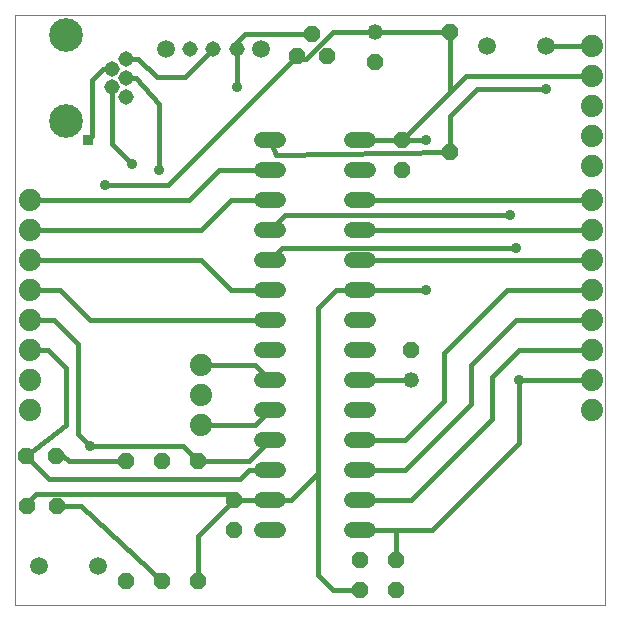
<source format=gtl>
G75*
%MOIN*%
%OFA0B0*%
%FSLAX25Y25*%
%IPPOS*%
%LPD*%
%AMOC8*
5,1,8,0,0,1.08239X$1,22.5*
%
%ADD10C,0.00000*%
%ADD11OC8,0.05200*%
%ADD12C,0.05200*%
%ADD13C,0.05150*%
%ADD14C,0.11220*%
%ADD15C,0.07400*%
%ADD16C,0.05200*%
%ADD17C,0.05937*%
%ADD18C,0.01600*%
%ADD19C,0.03562*%
%ADD20R,0.03562X0.03562*%
D10*
X0006800Y0021800D02*
X0006800Y0218650D01*
X0203650Y0218650D01*
X0203650Y0021800D01*
X0006800Y0021800D01*
D11*
X0010800Y0054800D03*
X0020800Y0054800D03*
X0020493Y0071619D03*
X0010493Y0071619D03*
X0043800Y0069800D03*
X0055800Y0069800D03*
X0067800Y0069800D03*
X0079800Y0056800D03*
X0079800Y0046800D03*
X0067800Y0029800D03*
X0055800Y0029800D03*
X0043800Y0029800D03*
X0121800Y0026800D03*
X0121800Y0036800D03*
X0133800Y0036800D03*
X0133800Y0026800D03*
X0138800Y0106800D03*
X0135800Y0166800D03*
X0135800Y0176800D03*
X0151800Y0172800D03*
X0126800Y0202800D03*
X0110800Y0204800D03*
X0105800Y0212300D03*
X0100800Y0204800D03*
X0151800Y0212800D03*
D12*
X0126800Y0212800D03*
X0138800Y0096800D03*
D13*
X0043847Y0191249D03*
X0039123Y0194398D03*
X0043847Y0197548D03*
X0039123Y0200698D03*
X0043847Y0203847D03*
X0065162Y0207343D03*
X0073036Y0207343D03*
X0080910Y0207343D03*
D14*
X0023769Y0211918D03*
X0023769Y0183178D03*
D15*
X0011800Y0156800D03*
X0011800Y0146800D03*
X0011800Y0136800D03*
X0011800Y0126800D03*
X0011800Y0116800D03*
X0011800Y0106800D03*
X0011800Y0096800D03*
X0011800Y0086800D03*
X0068800Y0081800D03*
X0068800Y0091800D03*
X0068800Y0101800D03*
X0199300Y0096800D03*
X0199300Y0106800D03*
X0199300Y0116800D03*
X0199300Y0126800D03*
X0199300Y0136800D03*
X0199300Y0146800D03*
X0199300Y0156800D03*
X0199280Y0168233D03*
X0199280Y0178233D03*
X0199280Y0188233D03*
X0199280Y0198233D03*
X0199280Y0208233D03*
X0199300Y0086800D03*
D16*
X0124557Y0086745D02*
X0119357Y0086745D01*
X0119357Y0076745D02*
X0124557Y0076745D01*
X0124557Y0066745D02*
X0119357Y0066745D01*
X0119357Y0056745D02*
X0124557Y0056745D01*
X0124557Y0046745D02*
X0119357Y0046745D01*
X0094557Y0046745D02*
X0089357Y0046745D01*
X0089357Y0056745D02*
X0094557Y0056745D01*
X0094557Y0066745D02*
X0089357Y0066745D01*
X0089357Y0076745D02*
X0094557Y0076745D01*
X0094557Y0086745D02*
X0089357Y0086745D01*
X0089357Y0096745D02*
X0094557Y0096745D01*
X0094557Y0106745D02*
X0089357Y0106745D01*
X0089357Y0116745D02*
X0094557Y0116745D01*
X0094557Y0126745D02*
X0089357Y0126745D01*
X0089357Y0136745D02*
X0094557Y0136745D01*
X0094557Y0146745D02*
X0089357Y0146745D01*
X0089357Y0156745D02*
X0094557Y0156745D01*
X0094557Y0166745D02*
X0089357Y0166745D01*
X0089357Y0176745D02*
X0094557Y0176745D01*
X0119357Y0176745D02*
X0124557Y0176745D01*
X0124557Y0166745D02*
X0119357Y0166745D01*
X0119357Y0156745D02*
X0124557Y0156745D01*
X0124557Y0146745D02*
X0119357Y0146745D01*
X0119357Y0136745D02*
X0124557Y0136745D01*
X0124557Y0126745D02*
X0119357Y0126745D01*
X0119357Y0116745D02*
X0124557Y0116745D01*
X0124557Y0106745D02*
X0119357Y0106745D01*
X0119357Y0096745D02*
X0124557Y0096745D01*
D17*
X0034643Y0034800D03*
X0014957Y0034800D03*
X0057288Y0207343D03*
X0088784Y0207343D03*
X0164083Y0208351D03*
X0183769Y0208351D03*
D18*
X0199162Y0208351D01*
X0199280Y0208233D01*
X0199280Y0198233D02*
X0157233Y0198233D01*
X0151800Y0192800D01*
X0151800Y0212800D01*
X0126800Y0212800D01*
X0112800Y0212800D01*
X0103800Y0203800D01*
X0101800Y0203800D01*
X0100800Y0204800D01*
X0057800Y0161800D01*
X0036800Y0161800D01*
X0045800Y0168800D02*
X0039123Y0175477D01*
X0039123Y0194398D01*
X0043847Y0197548D02*
X0047052Y0197548D01*
X0054800Y0188800D01*
X0054800Y0166800D01*
X0064800Y0156800D02*
X0074800Y0166800D01*
X0091902Y0166800D01*
X0091957Y0166745D01*
X0093934Y0172013D02*
X0091957Y0176745D01*
X0093934Y0172013D02*
X0151800Y0172800D01*
X0151800Y0184800D01*
X0160800Y0193800D01*
X0183800Y0193800D01*
X0151800Y0192800D02*
X0135800Y0176800D01*
X0122013Y0176800D01*
X0121957Y0176745D01*
X0135800Y0176800D02*
X0143800Y0176800D01*
X0121957Y0156800D02*
X0121957Y0156745D01*
X0121957Y0156800D02*
X0199300Y0156800D01*
X0199300Y0146800D02*
X0121957Y0146800D01*
X0121957Y0146745D01*
X0121957Y0136800D02*
X0121957Y0136745D01*
X0121957Y0136800D02*
X0199300Y0136800D01*
X0199300Y0126800D02*
X0170800Y0126800D01*
X0149800Y0105800D01*
X0149800Y0089800D01*
X0136800Y0076800D01*
X0122013Y0076800D01*
X0121957Y0076745D01*
X0122013Y0066800D02*
X0121957Y0066745D01*
X0122013Y0066800D02*
X0136800Y0066800D01*
X0158800Y0088800D01*
X0158800Y0101800D01*
X0173800Y0116800D01*
X0199300Y0116800D01*
X0199300Y0106800D02*
X0174800Y0106800D01*
X0165800Y0097800D01*
X0165800Y0083800D01*
X0138800Y0056800D01*
X0122013Y0056800D01*
X0121957Y0056745D01*
X0122013Y0046800D02*
X0121957Y0046745D01*
X0122013Y0046800D02*
X0133800Y0046800D01*
X0133800Y0036800D01*
X0133800Y0046800D02*
X0145800Y0046800D01*
X0174800Y0075800D01*
X0174800Y0096800D01*
X0199300Y0096800D01*
X0173800Y0140800D02*
X0096013Y0140800D01*
X0091957Y0136745D01*
X0091902Y0126800D02*
X0091957Y0126745D01*
X0091902Y0126800D02*
X0078800Y0126800D01*
X0068800Y0136800D01*
X0011800Y0136800D01*
X0011800Y0126800D02*
X0021800Y0126800D01*
X0031800Y0116800D01*
X0091902Y0116800D01*
X0091957Y0116745D01*
X0086902Y0101800D02*
X0091957Y0096745D01*
X0086902Y0101800D02*
X0068800Y0101800D01*
X0068800Y0081800D02*
X0087013Y0081800D01*
X0091957Y0086745D01*
X0091957Y0076745D02*
X0085013Y0069800D01*
X0067800Y0069800D01*
X0062800Y0074800D01*
X0031800Y0074800D01*
X0027800Y0078800D01*
X0027800Y0108800D01*
X0019800Y0116800D01*
X0011800Y0116800D01*
X0011800Y0106800D02*
X0017800Y0106800D01*
X0023800Y0100800D01*
X0023800Y0081926D01*
X0010493Y0071619D01*
X0018312Y0063800D01*
X0081800Y0063800D01*
X0084745Y0066745D01*
X0091957Y0066745D01*
X0091902Y0056800D02*
X0091957Y0056745D01*
X0077855Y0056745D01*
X0079800Y0056800D02*
X0077800Y0058800D01*
X0013800Y0058800D01*
X0010800Y0055800D01*
X0010800Y0054800D01*
X0020800Y0054800D02*
X0028800Y0054800D01*
X0055800Y0029800D01*
X0067800Y0029800D02*
X0067800Y0044800D01*
X0079800Y0056800D01*
X0091902Y0056800D01*
X0091957Y0056745D02*
X0092013Y0056800D01*
X0098800Y0056800D01*
X0107800Y0065800D01*
X0107800Y0031800D01*
X0112800Y0026800D01*
X0121800Y0026800D01*
X0107800Y0065800D02*
X0107800Y0120800D01*
X0113745Y0126745D01*
X0121957Y0126745D01*
X0122013Y0126800D01*
X0143800Y0126800D01*
X0171800Y0151800D02*
X0097013Y0151800D01*
X0091957Y0146745D01*
X0091957Y0156745D02*
X0091902Y0156800D01*
X0078800Y0156800D01*
X0068800Y0146800D01*
X0011800Y0146800D01*
X0011800Y0156800D02*
X0064800Y0156800D01*
X0032391Y0178099D02*
X0031209Y0176918D01*
X0032391Y0178099D02*
X0032391Y0196997D01*
X0036091Y0200698D01*
X0039123Y0200698D01*
X0043847Y0203847D02*
X0047981Y0203847D01*
X0054044Y0197784D01*
X0063477Y0197784D01*
X0073036Y0207343D01*
X0080910Y0207343D02*
X0080910Y0209611D01*
X0083650Y0212351D01*
X0105749Y0212351D01*
X0105800Y0212300D01*
X0080934Y0207320D02*
X0080934Y0194517D01*
X0080934Y0207320D02*
X0080910Y0207343D01*
X0122013Y0096800D02*
X0121957Y0096745D01*
X0122013Y0096800D02*
X0138800Y0096800D01*
X0199300Y0146800D02*
X0201800Y0146800D01*
X0043800Y0069800D02*
X0024800Y0069800D01*
X0022981Y0071619D01*
X0020493Y0071619D01*
D19*
X0031800Y0074800D03*
X0036800Y0161800D03*
X0045800Y0168800D03*
X0054800Y0166800D03*
X0080934Y0194517D03*
X0143800Y0176800D03*
X0171800Y0151800D03*
X0173800Y0140800D03*
X0143800Y0126800D03*
X0174800Y0096800D03*
X0183800Y0193800D03*
D20*
X0031209Y0176918D03*
M02*

</source>
